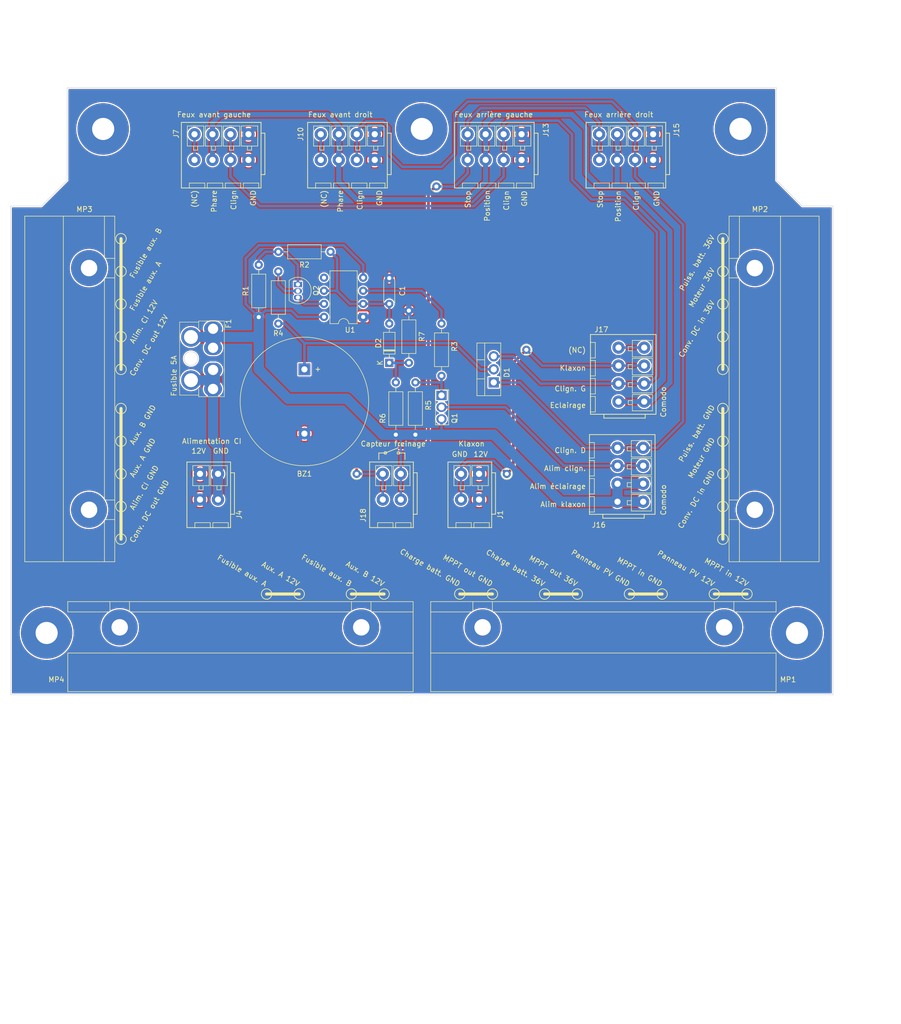
<source format=kicad_pcb>
(kicad_pcb (version 20211014) (generator pcbnew)

  (general
    (thickness 1.6)
  )

  (paper "A4")
  (layers
    (0 "F.Cu" signal)
    (31 "B.Cu" signal)
    (32 "B.Adhes" user "B.Adhesive")
    (33 "F.Adhes" user "F.Adhesive")
    (34 "B.Paste" user)
    (35 "F.Paste" user)
    (36 "B.SilkS" user "B.Silkscreen")
    (37 "F.SilkS" user "F.Silkscreen")
    (38 "B.Mask" user)
    (39 "F.Mask" user)
    (40 "Dwgs.User" user "User.Drawings")
    (41 "Cmts.User" user "User.Comments")
    (42 "Eco1.User" user "User.Eco1")
    (43 "Eco2.User" user "User.Eco2")
    (44 "Edge.Cuts" user)
    (45 "Margin" user)
    (46 "B.CrtYd" user "B.Courtyard")
    (47 "F.CrtYd" user "F.Courtyard")
    (48 "B.Fab" user)
    (49 "F.Fab" user)
    (50 "User.1" user)
    (51 "User.2" user)
    (52 "User.3" user)
    (53 "User.4" user)
    (54 "User.5" user)
    (55 "User.6" user)
    (56 "User.7" user)
    (57 "User.8" user)
    (58 "User.9" user)
  )

  (setup
    (stackup
      (layer "F.SilkS" (type "Top Silk Screen"))
      (layer "F.Paste" (type "Top Solder Paste"))
      (layer "F.Mask" (type "Top Solder Mask") (thickness 0.01))
      (layer "F.Cu" (type "copper") (thickness 0.035))
      (layer "dielectric 1" (type "core") (thickness 1.51) (material "FR4") (epsilon_r 4.5) (loss_tangent 0.02))
      (layer "B.Cu" (type "copper") (thickness 0.035))
      (layer "B.Mask" (type "Bottom Solder Mask") (thickness 0.01))
      (layer "B.Paste" (type "Bottom Solder Paste"))
      (layer "B.SilkS" (type "Bottom Silk Screen"))
      (copper_finish "None")
      (dielectric_constraints no)
    )
    (pad_to_mask_clearance 0)
    (pcbplotparams
      (layerselection 0x00010e0_ffffffff)
      (disableapertmacros false)
      (usegerberextensions false)
      (usegerberattributes true)
      (usegerberadvancedattributes true)
      (creategerberjobfile true)
      (svguseinch false)
      (svgprecision 6)
      (excludeedgelayer true)
      (plotframeref false)
      (viasonmask false)
      (mode 1)
      (useauxorigin false)
      (hpglpennumber 1)
      (hpglpenspeed 20)
      (hpglpendiameter 15.000000)
      (dxfpolygonmode true)
      (dxfimperialunits true)
      (dxfusepcbnewfont true)
      (psnegative false)
      (psa4output false)
      (plotreference true)
      (plotvalue true)
      (plotinvisibletext false)
      (sketchpadsonfab false)
      (subtractmaskfromsilk false)
      (outputformat 1)
      (mirror false)
      (drillshape 0)
      (scaleselection 1)
      (outputdirectory "")
    )
  )

  (net 0 "")
  (net 1 "GND")
  (net 2 "Net-(F1-Pad2)")
  (net 3 "Net-(D1-Pad1)")
  (net 4 "unconnected-(J7-Pad4)")
  (net 5 "unconnected-(J10-Pad4)")
  (net 6 "/Phares")
  (net 7 "Net-(J13-Pad4)")
  (net 8 "Net-(J1-Pad2)")
  (net 9 "/Flasher/Out")
  (net 10 "unconnected-(J17-Pad4)")
  (net 11 "/12V_5A")
  (net 12 "Net-(Q1-Pad1)")
  (net 13 "Net-(C1-Pad1)")
  (net 14 "Net-(D1-Pad3)")
  (net 15 "Net-(Q2-Pad1)")
  (net 16 "unconnected-(U1-Pad5)")
  (net 17 "Net-(Q2-Pad2)")
  (net 18 "/Flasher/Enable")
  (net 19 "Net-(Q2-Pad3)")
  (net 20 "Net-(R3-Pad1)")
  (net 21 "Net-(D2-Pad1)")

  (footprint "circuit:Wago_221-500_SplicingConnectorHolder" (layer "F.Cu") (at 95.25 82.55 90))

  (footprint "circuit:MountingHole_5mm" (layer "F.Cu") (at 87 130))

  (footprint "circuit:Buzzer_25x16_12.5" (layer "F.Cu") (at 137.16 78.74 -90))

  (footprint "circuit:Wago_221-500_SplicingConnectorHolder" (layer "F.Cu") (at 124.714 128.905 180))

  (footprint "circuit:Generic_FuseHolder_MINI" (layer "F.Cu") (at 119.38 70.85 -90))

  (footprint "circuit:TerminalBlock_Wago_2601-3102_1x02_P3.50mm_Vertical" (layer "F.Cu") (at 120.340003 104.06 180))

  (footprint "Resistor_THT:R_Axial_DIN0207_L6.3mm_D2.5mm_P10.16mm_Horizontal" (layer "F.Cu") (at 163.83 69.85 -90))

  (footprint "circuit:MountingHole_5mm" (layer "F.Cu") (at 98 32))

  (footprint "circuit:TerminalBlock_Wago_2601-3104_1x04_P3.50mm_Vertical" (layer "F.Cu") (at 179.410004 38.02 180))

  (footprint "Package_DIP:DIP-8_W7.62mm" (layer "F.Cu") (at 148.59 68.54 180))

  (footprint "circuit:Strap_D2.0mm_Drill1.0mm" (layer "F.Cu") (at 176.53 99.06))

  (footprint "circuit:TerminalBlock_Wago_2601-3104_1x04_P3.50mm_Vertical" (layer "F.Cu") (at 205.010004 38.02 180))

  (footprint "circuit:MountingHole_5mm" (layer "F.Cu") (at 222 32))

  (footprint "circuit:TO-220-3_Vertical" (layer "F.Cu") (at 173.99 81.28 90))

  (footprint "circuit:TO-92L_Inline" (layer "F.Cu") (at 135.89 62.23 -90))

  (footprint "circuit:TerminalBlock_Wago_2601-3104_1x04_P3.50mm_Vertical" (layer "F.Cu") (at 126.270004 38.02 180))

  (footprint "Resistor_THT:R_Axial_DIN0207_L6.3mm_D2.5mm_P10.16mm_Horizontal" (layer "F.Cu") (at 157.48 77.47 90))

  (footprint "circuit:TerminalBlock_Wago_2601-3104_1x04_P3.50mm_Vertical" (layer "F.Cu") (at 198.07 104.480004 90))

  (footprint "Resistor_THT:R_Axial_DIN0207_L6.3mm_D2.5mm_P10.16mm_Horizontal" (layer "F.Cu") (at 158.75 91.44 90))

  (footprint "circuit:Wago_221-500_SplicingConnectorHolder" (layer "F.Cu") (at 224.79 82.55 -90))

  (footprint "Resistor_THT:R_Axial_DIN0207_L6.3mm_D2.5mm_P10.16mm_Horizontal" (layer "F.Cu") (at 132.08 59.69 -90))

  (footprint "circuit:MountingHole_5mm" (layer "F.Cu") (at 160 32))

  (footprint "Resistor_THT:R_Axial_DIN0207_L6.3mm_D2.5mm_P10.16mm_Horizontal" (layer "F.Cu") (at 154.94 91.44 90))

  (footprint "circuit:Strap_D2.0mm_Drill1.0mm" (layer "F.Cu") (at 147.32 99.06))

  (footprint "Resistor_THT:R_Axial_DIN0207_L6.3mm_D2.5mm_P10.16mm_Horizontal" (layer "F.Cu") (at 128.27 68.58 90))

  (footprint "Resistor_THT:R_Axial_DIN0207_L6.3mm_D2.5mm_P10.16mm_Horizontal" (layer "F.Cu") (at 132.08 55.88))

  (footprint "circuit:Strap_D2.0mm_Drill1.0mm" (layer "F.Cu") (at 180.34 74.93))

  (footprint "Capacitor_THT:C_Disc_D4.3mm_W1.9mm_P5.00mm" (layer "F.Cu") (at 153.67 66 90))

  (footprint "circuit:Strap_D2.0mm_Drill1.0mm" (layer "F.Cu") (at 162.83 43.18))

  (footprint "circuit:TerminalBlock_Wago_2601-3102_1x02_P3.50mm_Vertical" (layer "F.Cu") (at 171.140003 104.06 180))

  (footprint "circuit:Wago_221-500_SplicingConnectorHolder" (layer "F.Cu") (at 195.326 128.905 180))

  (footprint "circuit:TerminalBlock_Wago_2601-3102_1x02_P3.50mm_Vertical" (layer "F.Cu") (at 155.900003 104.06 180))

  (footprint "circuit:TerminalBlock_Wago_2601-3104_1x04_P3.50mm_Vertical" (layer "F.Cu") (at 198.2698 85.014998 90))

  (footprint "circuit:TO-251-3_Vertical" (layer "F.Cu") (at 163.83 83.82 -90))

  (footprint "circuit:MountingHole_5mm" (layer "F.Cu") (at 233 130))

  (footprint "circuit:TerminalBlock_Wago_2601-3104_1x04_P3.50mm_Vertical" (layer "F.Cu") (at 150.835004 38.02 180))

  (footprint "Diode_THT:D_DO-35_SOD27_P7.62mm_Horizontal" (layer "F.Cu") (at 153.67 77.47 90))

  (gr_circle (center 218.567 53.34) (end 218.567 54.356) (layer "F.SilkS") (width 0.15) (fill none) (tstamp 00cc452e-ba96-4e88-af55-18733b4ebc37))
  (gr_line (start 152.908 94.996) (end 155.448 93.98) (layer "F.SilkS") (width 0.15) (tstamp 037ebb6b-c1e3-482d-a0fb-4947fbe14174))
  (gr_circle (center 223.266 122.428) (end 224.282 122.428) (layer "F.SilkS") (width 0.15) (fill none) (tstamp 055fcf87-c6aa-4d3a-b430-5d09e34b74e5))
  (gr_circle (center 101.473 92.71) (end 101.473 93.726) (layer "F.SilkS") (width 0.15) (fill none) (tstamp 0b32eb5e-cf7d-4f91-a80b-b69cb363145f))
  (gr_circle (center 101.473 66.04) (end 101.473 67.056) (layer "F.SilkS") (width 0.15) (fill none) (tstamp 0d55e7a3-dc43-43c6-9a9a-2009d8d31a46))
  (gr_circle (center 218.567 111.76) (end 218.567 112.776) (layer "F.SilkS") (width 0.15) (fill none) (tstamp 0e0ef8f7-8f11-42c6-a45f-df3b4592f844))
  (gr_circle (center 101.473 86.36) (end 101.473 87.376) (layer "F.SilkS") (width 0.15) (fill none) (tstamp 1c60a30a-615f-448b-a49b-d8cc700366e8))
  (gr_circle (center 218.567 66.04) (end 218.567 67.056) (layer "F.SilkS") (width 0.15) (fill none) (tstamp 1eb217a3-880e-4df2-9811-286c14ac7f74))
  (gr_circle (center 101.473 59.69) (end 101.473 60.706) (layer "F.SilkS") (width 0.15) (fill none) (tstamp 21c33e54-0519-410a-b68d-8ed076ea3b1e))
  (gr_circle (center 218.567 105.41) (end 218.567 106.426) (layer "F.SilkS") (width 0.15) (fill none) (tstamp 22f715ec-100a-4c8e-ab3e-fe94307aa39f))
  (gr_line (start 151.638 94.996) (end 152.908 94.996) (layer "F.SilkS") (width 0.15) (tstamp 2665a517-cfa8-4700-85c7-f742ee9f908d))
  (gr_line (start 218.567 111.76) (end 218.567 86.36) (layer "F.SilkS") (width 0.6) (tstamp 267ab17e-424b-4c5b-bf96-65deaaa5db5d))
  (gr_line (start 167.386 122.428) (end 173.736 122.428) (layer "F.SilkS") (width 0.6) (tstamp 276e2239-1b6d-4c52-a207-9385ed3216ee))
  (gr_circle (center 200.406 122.428) (end 200.406 123.444) (layer "F.SilkS") (width 0.15) (fill none) (tstamp 30a29d66-4141-4259-8081-d6952d8bac58))
  (gr_line (start 151.638 96.266) (end 151.638 94.996) (layer "F.SilkS") (width 0.15) (tstamp 317163f5-2dcf-44f7-ad22-042c6ecaf6a0))
  (gr_circle (center 218.567 86.36) (end 218.567 87.376) (layer "F.SilkS") (width 0.15) (fill none) (tstamp 3415d0f1-a5ec-4da2-977b-59cdf177a34e))
  (gr_circle (center 152.908 94.996) (end 152.908 95.25) (layer "F.SilkS") (width 0.15) (fill none) (tstamp 3ba68855-4f8b-4d02-b57a-7a757e623ac6))
  (gr_line (start 156.718 96.266) (end 156.718 94.996) (layer "F.SilkS") (width 0.15) (tstamp 4884cbfa-0b58-4e04-88a2-8b0679a49cfe))
  (gr_circle (center 173.736 122.428) (end 174.752 122.428) (layer "F.SilkS") (width 0.15) (fill none) (tstamp 4ae8d5b6-ac5e-42d2-b8f3-c8cc021daa80))
  (gr_circle (center 101.473 72.39) (end 101.473 73.406) (layer "F.SilkS") (width 0.15) (fill none) (tstamp 51e3ee0a-facb-4db4-9532-340a50f8f1f2))
  (gr_circle (center 206.756 122.428) (end 207.772 122.428) (layer "F.SilkS") (width 0.15) (fill none) (tstamp 556aaf9d-07f6-43f6-8fc0-4e9785c941f1))
  (gr_circle (center 101.473 111.76) (end 101.473 112.776) (layer "F.SilkS") (width 0.15) (fill none) (tstamp 5bf0cce5-0f16-48e1-8027-73d52d0770a7))
  (gr_line (start 155.448 94.996) (end 156.718 94.996) (layer "F.SilkS") (width 0.15) (tstamp 64594d5f-3d87-4b12-b761-9dd43370d25f))
  (gr_line (start 101.473 111.76) (end 101.473 86.36) (layer "F.SilkS") (width 0.6) (tstamp 6880ab3e-a6aa-4a14-9152-a9eb9358d1fc))
  (gr_circle (center 152.654 122.428) (end 153.67 122.428) (layer "F.SilkS") (width 0.15) (fill none) (tstamp 6a0bff84-e9d8-41a3-aabe-ad4db7905799))
  (gr_circle (center 155.448 94.996) (end 155.448 95.25) (layer "F.SilkS") (width 0.15) (fill none) (tstamp 70832878-fccb-4304-88d0-2e6b8d58c95c))
  (gr_line (start 129.794 122.428) (end 136.144 122.428) (layer "F.SilkS") (width 0.6) (tstamp 762ff740-3b01-4bc8-872a-9874ec8e35e1))
  (gr_circle (center 218.567 72.39) (end 218.567 73.406) (layer "F.SilkS") (width 0.15) (fill none) (tstamp 82d429c8-e93d-4f0a-b38e-c4998fc025d4))
  (gr_circle (center 218.567 99.06) (end 218.567 100.076) (layer "F.SilkS") (width 0.15) (fill none) (tstamp 8c73b2a6-3a37-44e3-a20a-4d59420eda58))
  (gr_circle (center 136.144 122.428) (end 137.16 122.428) (layer "F.SilkS") (width 0.15) (fill none) (tstamp 8c76b169-ab5a-4294-b011-8cc6dbfede52))
  (gr_line (start 146.304 122.428) (end 152.654 122.428) (layer "F.SilkS") (width 0.6) (tstamp 91be0c4d-31d3-4e82-bf1f-77f12a0724d3))
  (gr_circle (center 101.473 78.74) (end 101.473 79.756) (layer "F.SilkS") (width 0.15) (fill none) (tstamp 92debe54-aa60-4d78-93c4-7bed450025c3))
  (gr_circle (center 183.896 122.428) (end 183.896 123.444) (layer "F.SilkS") (width 0.15) (fill none) (tstamp 9e269d91-7d17-4c00-b467-153271320d02))
  (gr_line (start 200.406 122.428) (end 206.756 122.428) (layer "F.SilkS") (width 0.6) (tstamp 9f5f49d5-5120-4673-b032-f8b828707780))
  (gr_circle (center 218.567 78.74) (end 218.567 79.756) (layer "F.SilkS") (width 0.15) (fill none) (tstamp ae522db0-de0e-46c6-a5db-2a3e5dc1e2c8))
  (gr_line (start 183.896 122.428) (end 190.246 122.428) (layer "F.SilkS") (width 0.6) (tstamp b9dd1e64-81b6-4cb3-a41a-714927a1f651))
  (gr_line (start 216.916 122.428) (end 223.266 122.428) (layer "F.SilkS") (width 0.6) (tstamp bd1578a3-4a14-4bd9-bd84-0de04e146746))
  (gr_line (start 218.567 78.74) (end 218.567 53.34) (layer "F.SilkS") (width 0.6) (tstamp c385224b-423f-40f8-919d-7bb5706505b4))
  (gr_circle (center 101.473 53.34) (end 101.473 54.356) (layer "F.SilkS") (width 0.15) (fill none) (tstamp c52275f8-949a-4fec-91e2-a5d4834b2abf))
  (gr_circle (center 190.246 122.428) (end 191.262 122.428) (layer "F.SilkS") (width 0.15) (fill none) (tstamp c623ebf3-b72b-47a6-99f0-44d878243028))
  (gr_circle (center 146.304 122.428) (end 146.304 123.444) (layer "F.SilkS") (width 0.15) (fill none) (tstamp d76ff1a7-35b0-4008-84bc-2c8ee966a14c))
  (gr_circle (center 218.567 92.71) (end 218.567 93.726) (layer "F.SilkS") (width 0.15) (fill none) (tstamp dd06bd11-c251-457b-b962-c3f96bc19116))
  (gr_circle (center 101.473 105.41) (end 101.473 106.426) (layer "F.SilkS") (width 0.15) (fill none) (tstamp e0a52752-2d8f-477c-9516-b9400a50c85b))
  (gr_line (start 101.473 78.74) (end 101.473 53.34) (layer "F.SilkS") (width 0.6) (tstamp e16a7896-6132-41a2-88b1-6a30824e02f1))
  (gr_circle (center 218.567 59.69) (end 218.567 60.706) (layer "F.SilkS") (width 0.15) (fill none) (tstamp e613b6cd-fa9d-4fee-b77c-739df61b24e7))
  (gr_circle (center 129.794 122.428) (end 129.794 123.444) (layer "F.SilkS") (width 0.15) (fill none) (tstamp ec541a50-51a5-45b4-bd93-6dc3c5da4675))
  (gr_circle (center 167.386 122.428) (end 167.386 123.444) (layer "F.SilkS") (width 0.15) (fill none) (tstamp f896295d-a092-487a-b396-fb2265acf685))
  (gr_circle (center 216.916 122.428) (end 216.916 123.444) (layer "F.SilkS") (width 0.15) (fill none) (tstamp f96da55c-37fd-441a-97cf-2faa4effb06f))
  (gr_circle (center 101.473 99.06) (end 101.473 100.076) (layer "F.SilkS") (width 0.15) (fill none) (tstamp ff786ef8-333e-498b-b6d9-09fa2cc3b86f))
  (gr_line (start 80 142) (end 240 142) (layer "Edge.Cuts") (width 0.1) (tstamp 0653d88d-1431-47ec-b679-ea373d096b5c))
  (gr_line (start 91 42) (end 86 47) (layer "Edge.Cuts") (width 0.1) (tstamp 20031590-d6a9-4d4d-aeb2-12d6c03d848d))
  (gr_line (start 80 47) (end 80 142) (layer "Edge.Cuts") (width 0.1) (tstamp 309b270e-f689-4205-9d34-2966e857793a))
  (gr_line (start 86 47) (end 80 47) (layer "Edge.Cuts") (width 0.1) (tstamp 67fc2518-2259-460f-b3b5-dc49255b47ce))
  (gr_line (start 240 142) (end 240 47) (layer "Edge.Cuts") (width 0.1) (tstamp 835448c7-ec80-4766-a6c1-a5a582a55684))
  (gr_line (start 229 42) (end 229 24) (layer "Edge.Cuts") (width 0.1) (tstamp bc28053b-c624-471c-bafd-fe221ed3a78b))
  (gr_line (start 240 47) (end 234 47) (layer "Edge.Cuts") (width 0.1) (tstamp dc7f8437-4519-40a8-853e-b8c64fff5080))
  (gr_line (start 234 47) (end 229 42) (layer "Edge.Cuts") (width 0.1) (tstamp df39f544-6a68-4dec-9837-3610e712e7fc))
  (gr_line (start 91 24) (end 91 42) (layer "Edge.Cuts") (width 0.1) (tstamp e7d07347-8f92-4757-b77d-096737c09350))
  (gr_line (start 229 24) (end 91 24) (layer "Edge.Cuts") (width 0.1) (tstamp f1732b78-e412-478b-a411-26b6d186de6e))
  (gr_circle (center 87 155) (end 91.25 155) (layer "User.1") (width 0.15) (fill none) (tstamp 0f5c4b30-c0ff-4ea9-8609-d16608af6988))
  (gr_circle (center 135 32) (end 137.5 32) (layer "User.1") (width 0.15) (fill none) (tstamp 0f919cdd-a5f3-4b85-a8b8-f7065671d670))
  (gr_circle (center 87 155) (end 89.5 155) (layer "User.1") (width 0.15) (fill none) (tstamp 1187039d-a799-4aed-80bb-8527df2487de))
  (gr_line (start 242 43) (end 242 163) (layer "User.1") (width 0.15) (tstamp 1239a899-2d86-437c-a7c6-a45c750b797b))
  (gr_arc (start 207 61) (mid 200 68) (end 193 61) (layer "User.1") (width 0.15) (tstamp 19cedc73-39
... [980516 chars truncated]
</source>
